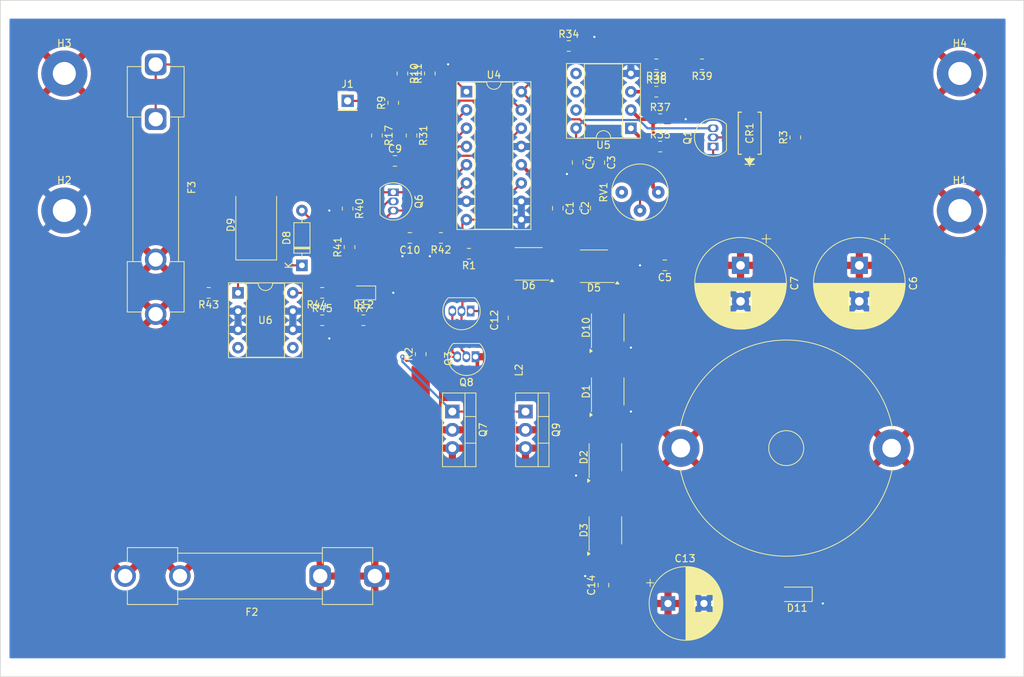
<source format=kicad_pcb>
(kicad_pcb (version 20240108) (generator "pcbnew") (generator_version "8.0")
  (title_block (company "Open Surgical Light Project - MIT Medical Device Design Spring 2024") (comment 1 "Drawn by: Edit author in Page Settings"))
  (layers (0 "F.Cu" signal) (31 "B.Cu" signal) (34 "B.Paste" user) (35 "F.Paste" user) (36 "B.SilkS" user "B.Silkscreen") (37 "F.SilkS" user "F.Silkscreen") (38 "B.Mask" user) (39 "F.Mask" user) (44 "Edge.Cuts" user))
  (property "AUTHOR" "Edit Name in Schematic setup -> Text Variables")
  (property "PROJECT_REVISION" "A01")
  (property "PROJECT_TITLE" "Template Project")
  (net 0 "")
  (net 1 "GND")
  (net 2 "Net-(D1-K)")
  (net 3 "Net-(D5-K)")
  (net 4 "BAT+")
  (net 5 "BAT-")
  (net 6 "SOLAR+")
  (net 7 "/FB")
  (net 8 "Net-(C9-Pad1)")
  (net 9 "/CT")
  (net 10 "Net-(D6-K)")
  (net 11 "Net-(D11-A2)")
  (net 12 "Net-(D8-A)")
  (net 13 "Net-(D8-K)")
  (net 14 "Net-(D9-A)")
  (net 15 "Net-(D12-A)")
  (net 16 "Net-(F3-Pad1)")
  (net 17 "/PWM Out")
  (net 18 "Net-(Q3-E)")
  (net 19 "/VREF")
  (net 20 "/VPOut")
  (net 21 "Net-(Q7-G)")
  (net 22 "/EA1-")
  (net 23 "MCU 2.5V")
  (net 24 "/EA1+")
  (net 25 "/EA2+")
  (net 26 "Net-(U5A--)")
  (net 27 "Net-(R35-Pad1)")
  (net 28 "Net-(U5A-+)")
  (net 29 "/RT")
  (net 30 "Net-(U6-REF)")
  (net 32 "/SOLAR 15V")
  (net 33 "Net-(Q1-B)")
  (footprint "Resistor_SMD:R_0805_2012Metric_Pad1.20x1.40mm_HandSolder" (layer "F.Cu") (at 139.97 78.74 180)
    (property "Reference" "R42")
    (property "Value" "39K")
  )
  (footprint "Resistor_SMD:R_0805_2012Metric_Pad1.20x1.40mm_HandSolder" (layer "F.Cu") (at 176.26 54.61 180)
    (property "Reference" "R39")
    (property "Value" "0R1")
  )
  (footprint "Capacitor_SMD:C_0805_2012Metric" (layer "F.Cu") (at 161.98 68.26 -90)
    (property "Reference" "C3")
    (property "Value" "1uF")
  )
  (footprint "Resistor_SMD:R_0805_2012Metric_Pad1.20x1.40mm_HandSolder" (layer "F.Cu") (at 131.08 64.5 -90)
    (property "Reference" "R17")
    (property "Value" "47K")
  )
  (footprint "Resistor_SMD:R_0805_2012Metric" (layer "F.Cu") (at 137.16 94.8925 90)
    (property "Reference" "R2")
    (property "Value" "5")
  )
  (footprint "Package_DIP:DIP-16_W7.62mm_Socket" (layer "F.Cu") (at 143.52 58.41)
    (property "Reference" "U4")
    (property "Value" "TL494")
  )
  (footprint "Resistor_SMD:R_0805_2012Metric_Pad1.20x1.40mm_HandSolder" (layer "F.Cu") (at 123.47 90.18)
    (property "Reference" "R45")
    (property "Value" "2K")
  )
  (footprint "Resistor_SMD:R_0805_2012Metric_Pad1.20x1.40mm_HandSolder" (layer "F.Cu") (at 134.62 55.88 -90)
    (property "Reference" "R10")
    (property "Value" "10K")
  )
  (footprint "Package_TO_SOT_THT:TO-92_Inline" (layer "F.Cu") (at 177.8 66.04 90)
    (property "Reference" "Q1")
    (property "Value" "2n3904")
  )
  (footprint "Resistor_SMD:R_0805_2012Metric_Pad1.20x1.40mm_HandSolder" (layer "F.Cu") (at 127.27 80.01 90)
    (property "Reference" "R41")
    (property "Value" "10K")
  )
  (footprint "Resistor_SMD:R_0805_2012Metric_Pad1.20x1.40mm_HandSolder" (layer "F.Cu") (at 127 74.66 -90)
    (property "Reference" "R40")
    (property "Value" "2K2")
  )
  (footprint "Resistor_SMD:R_0805_2012Metric_Pad1.20x1.40mm_HandSolder" (layer "F.Cu") (at 189.23 64.77 90)
    (property "Reference" "R3")
    (property "Value" "10K")
  )
  (footprint "Connector_PinHeader_2.54mm:PinHeader_1x01_P2.54mm_Vertical" (layer "F.Cu") (at 127 59.69)
    (property "Reference" "J1")
    (property "Value" "Conn_01x01_Pin")
  )
  (footprint "Package_TO_SOT_SMD:Nexperia_CFP15_SOT-1289" (layer "F.Cu") (at 162.83 109.22 90)
    (property "Reference" "D2")
    (property "Value" "PMEG045V150EPD")
  )
  (footprint "Capacitor_SMD:C_0805_2012Metric_Pad1.18x1.45mm_HandSolder" (layer "F.Cu") (at 135.6575 78.74 180)
    (property "Reference" "C10")
    (property "Value" "1nF")
  )
  (footprint "Capacitor_SMD:C_0805_2012Metric" (layer "F.Cu") (at 162.56 127 90)
    (property "Reference" "C14")
    (property "Value" "0.1uF")
  )
  (footprint "Resistor_SMD:R_0805_2012Metric_Pad1.20x1.40mm_HandSolder" (layer "F.Cu") (at 170.45 62.23)
    (property "Reference" "R37")
    (property "Value" "2K")
  )
  (footprint "Resistor_SMD:R_0805_2012Metric_Pad1.20x1.40mm_HandSolder" (layer "F.Cu") (at 138.43 55.88 90)
    (property "Reference" "R11")
    (property "Value" "2.2K")
  )
  (footprint "MountingHole:MountingHole_3.2mm_M3_Pad_TopBottom" (layer "F.Cu") (at 212.09 74.93)
    (property "Reference" "H1")
    (property "Value" "M3 Hole")
  )
  (footprint "Resistor_SMD:R_0805_2012Metric" (layer "F.Cu") (at 129.1925 90.18)
    (property "Reference" "R7")
    (property "Value" "1K")
  )
  (footprint "Symbols and footprints:SMA_DIO" (layer "F.Cu") (at 182.88 64.1828 90)
    (property "Reference" "CR1")
    (property "Value" "SMAZ15-13-F")
  )
  (footprint "Inductor_THT:L_Radial_D29.8mm_P29.30mm_Murata_1400series" (layer "F.Cu") (at 173.31 107.95)
    (property "Reference" "L2")
    (property "Value" "100uH 10.5A")
  )
  (footprint "MountingHole:MountingHole_3.2mm_M3_Pad_TopBottom" (layer "F.Cu") (at 212.09 55.88)
    (property "Reference" "H4")
    (property "Value" "M3 Hole")
  )
  (footprint "Package_DIP:DIP-8_W7.62mm_Socket" (layer "F.Cu") (at 166.37 63.5 180)
    (property "Reference" "U5")
    (property "Value" "LM358")
  )
  (footprint "Resistor_SMD:R_0805_2012Metric" (layer "F.Cu") (at 143.8675 80.9225 180)
    (property "Reference" "R1")
    (property "Value" "2k2")
  )
  (footprint "Capacitor_SMD:C_0805_2012Metric" (layer "F.Cu") (at 171.09 82.55 180)
    (property "Reference" "C5")
    (property "Value" "0.1uF")
  )
  (footprint "Capacitor_SMD:C_0805_2012Metric_Pad1.18x1.45mm_HandSolder" (layer "F.Cu") (at 133.5825 68.04)
    (property "Reference" "C9")
    (property "Value" "100nF")
  )
  (footprint "Package_TO_SOT_SMD:Nexperia_CFP15_SOT-1289" (layer "F.Cu") (at 161.23 82.665 180)
    (property "Reference" "D5")
    (property "Value" "PMEG045V150EPD")
  )
  (footprint "MountingHole:MountingHole_3.2mm_M3_Pad_TopBottom" (layer "F.Cu") (at 87.63 74.93)
    (property "Reference" "H2")
    (property "Value" "M3 Hole")
  )
  (footprint "Package_TO_SOT_THT:TO-220-3_Vertical" (layer "F.Cu") (at 141.56 102.87 -90)
    (property "Reference" "Q7")
    (property "Value" "IRLZ44N")
  )
  (footprint "Package_DIP:DIP-8_W7.62mm_Socket" (layer "F.Cu") (at 111.77 86.37)
    (property "Reference" "U6")
    (property "Value" "TL431D")
  )
  (footprint "Potentiometer_THT:Potentiometer_Bourns_3339P_Vertical_HandSoldering" (layer "F.Cu") (at 170.18 72.39 90)
    (property "Reference" "RV1")
    (property "Value" "10K")
  )
  (footprint "Package_TO_SOT_THT:TO-220-3_Vertical" (layer "F.Cu") (at 151.72 102.87 -90)
    (property "Reference" "Q9")
    (property "Value" "IRLZ44N")
  )
  (footprint "Package_TO_SOT_SMD:Nexperia_CFP15_SOT-1289" (layer "F.Cu") (at 162.83 119.38 90)
    (property "Reference" "D3")
    (property "Value" "PMEG045V150EPD")
  )
  (footprint "Capacitor_SMD:C_0805_2012Metric" (layer "F.Cu") (at 156.21 74.61 -90)
    (property "Reference" "C1")
    (property "Value" "1uF")
  )
  (footprint "Resistor_SMD:R_0805_2012Metric_Pad1.20x1.40mm_HandSolder" (layer "F.Cu") (at 133.35 59.96 90)
    (property "Reference" "R9")
    (property "Value" "1K")
  )
  (footprint "Resistor_SMD:R_0805_2012Metric_Pad1.20x1.40mm_HandSolder" (layer "F.Cu") (at 170.45 66.04)
    (property "Reference" "R35")
    (property "Value" "47K")
  )
  (footprint "MountingHole:MountingHole_3.2mm_M3_Pad_TopBottom" (layer "F.Cu") (at 87.63 55.88)
    (property "Reference" "H3")
    (property "Value" "M3 Hole")
  )
  (footprint "LED_SMD:LED_0805_2012Metric" (layer "F.Cu") (at 129.2175 86.37 180)
    (property "Reference" "D12")
    (property "Value" "LED Green")
  )
  (footprint "Package_TO_SOT_SMD:Nexperia_CFP15_SOT-1289" (layer "F.Cu") (at 152.16 82.345 180)
    (property "Reference" "D6")
    (property "Value" "PMEG045V150EPD")
  )
  (footprint "Package_TO_SOT_THT:TO-92_Inline" (layer "F.Cu") (at 133.35 72.39 -90)
    (property "Reference" "Q6")
    (property "Value" "BC557")
  )
  (footprint "Diode_THT:D_DO-35_SOD27_P7.62mm_Horizontal" (layer "F.Cu") (at 120.65 82.55 90)
    (property "Reference" "D8")
    (property "Value" "1N4148")
  )
  (footprint "Package_TO_SOT_THT:TO-92_Inline" (layer "F.Cu") (at 144.78 95.25 180)
    (property "Reference" "Q8")
    (property "Value" "BC327")
  )
  (footprint "Capacitor_THT:CP_Radial_D12.5mm_P5.00mm" (layer "F.Cu") (at 181.61 82.55 -90)
    (property "Reference" "C7")
    (property "Value" "470uF")
  )
  (footprint "Capacitor_THT:CP_Radial_D10.0mm_P5.00mm" (layer "F.Cu") (at 171.53 129.54)
    (property "Reference" "C13")
    (property "Value" "22uF")
  )
  (footprint "Resistor_SMD:R_0805_2012Metric_Pad1.20x1.40mm_HandSolder" (layer "F.Cu") (at 123.47 86.37 180)
    (property "Reference" "R44")
    (property "Value" "10K")
  )
  (footprint "Package_TO_SOT_SMD:Nexperia_CFP15_SOT-1289" (layer "F.Cu") (at 163.15 91.19 90)
    (property "Reference" "D10")
    (property "Value" "PMEG045V150EPD")
  )
  (footprint "Capacitor_SMD:C_0805_2012Metric" (layer "F.Cu") (at 160.02 74.61 -90)
    (property "Reference" "C2")
    (property "Value" "0.1uF")
  )
  (footprint "Resistor_SMD:R_0805_2012Metric_Pad1.20x1.40mm_HandSolder" (layer "F.Cu") (at 135.89 64.5 -90)
    (property "Reference" "R31")
    (property "Value" "56k")
  )
  (footprint "Capacitor_SMD:C_0805_2012Metric" (layer "F.Cu") (at 148.59 89.85 -90)
    (property "Reference" "C12")
    (property "Value" "0.1uF")
  )
  (footprint "Resistor_SMD:R_0805_2012Metric_Pad1.20x1.40mm_HandSolder" (layer "F.Cu") (at 169.91 58.42)
    (property "Reference" "R36")
    (property "Value" "47K")
  )
  (footprint "Fuse:Fuseholder_Clip-6.3x32mm_Littelfuse_102071_Inline_P34.70x7.60mm_D2.00mm_Horizontal" (layer "F.Cu") (at 130.79 125.73 180)
    (property "Reference" "F2")
    (property "Value" "12A")
  )
  (footprint "Package_TO_SOT_SMD:Nexperia_CFP15_SOT-1289" (layer "F.Cu") (at 163.15 100.08 90)
    (property "Reference" "D1")
    (property "Value" "PMEG045V150EPD")
  )
  (footprint "Package_TO_SOT_THT:TO-92_Inline" (layer "F.Cu") (at 144.1 88.9 180)
    (property "Reference" "Q3")
    (property "Value" "BC337")
  )
  (footprint "Resistor_SMD:R_0805_2012Metric_Pad1.20x1.40mm_HandSolder" (layer "F.Cu") (at 169.91 54.61 180)
    (property "Reference" "R38")
    (property "Value" "2K")
  )
  (footprint "Capacitor_SMD:C_0805_2012Metric" (layer "F.Cu") (at 158.97 68.26 -90)
    (property "Reference" "C4")
    (property "Value" "0.1uF")
  )
  (footprint "Diode_SMD:D_SOD-123F" (layer "F.Cu") (at 189.36 128.27 180)
    (property "Reference" "D11")
    (property "Value" "SZSMF4L15CAT3G")
  )
  (footprint "Fuse:Fuseholder_Clip-6.3x32mm_Littelfuse_102071_Inline_P34.70x7.60mm_D2.00mm_Horizontal" (layer "F.Cu") (at 100.33 54.63 -90)
    (property "Reference" "F3")
    (property "Value" "12A")
  )
  (footprint "Capacitor_THT:CP_Radial_D12.5mm_P5.00mm" (layer "F.Cu") (at 198.12 82.55 -90)
    (property "Reference" "C6")
    (property "Value" "470uF")
  )
  (footprint "Diode_SMD:D_3220_8050Metric_Pad2.65x5.15mm_HandSolder" (layer "F.Cu") (at 114.3 76.935 90)
    (property "Reference" "D9")
    (property "Value" "LED")
  )
  (footprint "Resistor_SMD:R_0805_2012Metric_Pad1.20x1.40mm_HandSolder" (layer "F.Cu") (at 107.69 86.37 180)
    (property "Reference" "R43")
    (property "Value" "2K2")
  )
  (footprint "Resistor_SMD:R_0805_2012Metric_Pad1.20x1.40mm_HandSolder" (layer "F.Cu") (at 157.74 52.06)
    (property "Reference" "R34")
    (property "Value" "560R")
  )
  (gr_rect (start 78.74 45.72) (end 220.98 139.7) (stroke (width 0.1)) (fill none) (layer "Edge.Cuts"))
  (segment (start 191.77 128.27) (end 193.04 129.54) (width 0.5) (layer "F.Cu") (net 1))
  (segment (start 140.7 54.88) (end 140.97 54.61) (width 0.5) (layer "F.Cu") (net 1))
  (segment (start 170.14 82.55) (end 167.64 82.55) (width 0.5) (layer "F.Cu") (net 1))
  (segment (start 125.19 75.66) (end 124.46 74.93) (width 0.5) (layer "F.Cu") (net 1))
  (segment (start 161.765 125.255) (end 162.56 126.05) (width 0.5) (layer "F.Cu") (net 1))
  (segment (start 182.1182 61.2886) (end 174.9314 61.2886) (width 0.3) (layer "F.Cu") (net 1))
  (segment (start 138.43 54.88) (end 140.7 54.88) (width 0.5) (layer "F.Cu") (net 1))
  (segment (start 174.99 58.69) (end 177.26 56.42) (width 0.5) (layer "F.Cu") (net 1))
  (segment (start 158.74 52.06) (end 160.03 52.06) (width 0.5) (layer "F.Cu") (net 1))
  (segment (start 171.45 58.96) (end 170.91 58.42) (width 0.5) (layer "F.Cu") (net 1))
  (segment (start 162.56 126.05) (end 160.34 126.05) (width 0.5) (layer "F.Cu") (net 1))
  (segment (start 138.97 78.74) (end 138.97 80.74) (width 0.5) (layer "F.Cu") (net 1))
  (segment (start 158.99 112) (end 158.75 111.76) (width 0.5) (layer "F.Cu") (net 1))
  (segment (start 161.765 112) (end 158.99 112) (width 0.5) (layer "F.Cu") (net 1))
  (segment (start 156.21 75.56) (end 160.02 75.56) (width 0.5) (layer "F.Cu") (net 1))
  (segment (start 162.085 93.97) (end 164.215 93.97) (width 0.5) (layer "F.Cu") (net 1))
  (segment (start 161.765 122.16) (end 161.765 125.255) (width 0.5) (layer "F.Cu") (net 1))
  (segment (start 164.215 93.97) (end 166.36 93.97) (width 0.5) (layer "F.Cu") (net 1))
  (segment (start 133.34 86.37) (end 133.35 86.36) (width 0.5) (layer "F.Cu") (net 1))
  (segment (start 182.88 62.0504) (end 182.1182 61.2886) (width 0.3) (layer "F.Cu") (net 1))
  (segment (start 171.45 62.23) (end 171.45 58.96) (width 0.5) (layer "F.Cu") (net 1))
  (segment (start 158.97 69.21) (end 158.12 69.21) (width 0.5) (layer "F.Cu") (net 1))
  (segment (start 127 75.66) (end 125.19 75.66) (width 0.5) (layer "F.Cu") (net 1))
  (segment (start 171.45 62.23) (end 173.99 62.23) (width 0.5) (layer "F.Cu") (net 1))
  (segment (start 155.58 76.19) (end 156.21 75.56) (width 0.5) (layer "F.Cu") (net 1))
  (segment (start 160.34 126.05) (end 160.02 125.73) (width 0.5) (layer "F.Cu") (net 1))
  (segment (start 166.36 102.86) (end 166.37 102.87) (width 0.5) (layer "F.Cu") (net 1))
  (segment (start 166.36 93.97) (end 166.37 93.98) (width 0.5) (layer "F.Cu") (net 1))
  (segment (start 182.88 62.3256) (end 182.88 62.0504) (width 0.3) (layer "F.Cu") (net 1))
  (segment (start 124.47 90.18) (end 124.47 92.7) (width 0.5) (layer "F.Cu") (net 1))
  (segment (start 177.26 56.42) (end 177.26 54.61) (width 0.5) (layer "F.Cu") (net 1))
  (segment (start 151.14 76.19) (end 151.14 73.65) (width 0.5) (layer "F.Cu") (net 1))
  (segment (start 158.12 69.21) (end 157.48 69.85) (width 0.5) (layer "F.Cu") (net 1))
  (segment (start 134.62 78.74) (end 134.62 81.28) (width 0.5) (layer "F.Cu") (net 1))
  (segment (start 170.91 58.42) (end 171.18 58.69) (width 0.5) (layer "F.Cu") (net 1))
  (segment (start 158.97 69.21) (end 161.98 69.21) (width 0.5) (layer "F.Cu") (net 1))
  (segment (start 174.9314 61.2886) (end 173.99 62.23) (width 0.3) (layer "F.Cu") (net 1))
  (segment (start 190.76 128.27) (end 191.77 128.27) (width 0.5) (layer "F.Cu") (net 1))
  (segment (start 160.03 52.06) (end 161.29 50.8) (width 0.5) (layer "F.Cu") (net 1))
  (segment (start 171.18 58.69) (end 174.99 58.69) (width 0.5) (layer "F.Cu") (net 1))
  (segment (start 162.085 102.86) (end 164.215 102.86) (width 0.5) (layer "F.Cu") (net 1))
  (segment (start 130.155 86.37) (end 133.34 86.37) (width 0.5) (layer "F.Cu") (net 1))
  (segment (start 138.97 80.74) (end 138.43 81.28) (width 0.5) (layer "F.Cu") (net 1))
  (segment (start 163.895 122.16) (end 161.765 122.16) (width 0.5) (layer "F.Cu") (net 1))
  (segment (start 161.765 112) (end 163.895 112) (width 0.5) (layer "F.Cu") (net 1))
  (segment (start 164.215 102.86) (end 166.36 102.86) (width 0.5) (layer "F.Cu") (net 1))
  (segment (start 151.14 76.19) (end 155.58 76.19) (width 0.5) (layer "F.Cu") (net 1))
  (segment (start 124.47 92.7) (end 124.46 92.71) (width 0.5) (layer "F.Cu") (net 1))
  (via (at 166.37 102.87) (size 0.6) (drill 0.3) (layers "F.Cu" "B.Cu") (net 1))
  (via (at 124.46 92.71) (size 0.6) (drill 0.3) (layers "F.Cu" "B.Cu") (net 1))
  (via (at 160.02 125.73) (size 0.6) (drill 0.3) (layers "F.Cu" "B.Cu") (net 1))
  (via (at 193.04 129.54) (size 0.6) (drill 0.3) (layers "F.Cu" "B.Cu") (net 1))
  (via (at 157.48 69.85) (size 0.6) (drill 0.3) (layers "F.Cu" "B.Cu") (net 1))
  (via (at 161.29 50.8) (size 0.6) (drill 0.3) (layers "F.Cu" "B.Cu") (net 1))
  (via (at 140.97 54.61) (size 0.6) (drill 0.3) (layers "F.Cu" "B.Cu") (net 1))
  (via (at 134.62 81.28) (size 0.6) (drill 0.3) (layers "F.Cu" "B.Cu") (net 1))
  (via (at 158.75 111.76) (size 0.6) (drill 0.3) (layers "F.Cu" "B.Cu") (net 1))
  (via (at 166.37 93.98) (size 0.6) (drill 0.3) (layers "F.Cu" "B.Cu") (net 1))
  (via (at 138.43 81.28) (size 0.6) (drill 0.3) (layers "F.Cu" "B.Cu") (net 1))
  (via (at 167.64 82.55) (size 0.6) (drill 0.3) (layers "F.Cu" "B.Cu") (net 1))
  (via (at 133.35 86.36) (size 0.6) (drill 0.3) (layers "F.Cu" "B.Cu") (net 1))
  (via (at 173.99 62.23) (size 0.6) (drill 0.3) (layers "F.Cu" "B.Cu") (net 1))
  (via (at 124.46 74.93) (size 0.6) (drill 0.3) (layers "F.Cu" "B.Cu") (net 1))
  (segment (start 170.91 54.61) (end 175.26 54.61) (width 0.5) (layer "F.Cu") (net 5))
  (segment (start 177.8 67.31) (end 177.8 69.85) (width 0.3) (layer "F.Cu") (net 6))
  (segment (start 177.8 66.04) (end 177.8 67.31) (width 0.3) (layer "F.Cu") (net 6))
  (segment (start 151.14 68.57) (end 156.21 73.64) (width 0.5) (layer "F.Cu") (net 6))
  (segment (start 156.21 73.64) (end 156.21 73.66) (width 0.5) (layer "F.Cu") (net 6))
  (segment (start 189.23 65.77) (end 189.23 69.85) (width 0.3) (layer "F.Cu") (net 6))
  (segment (start 156.21 73.66) (end 160.02 73.66) (width 0.5) (layer "F.Cu") (net 6))
  (segment (start 135.89 66.77) (end 134.62 68.04) (width 0.3) (layer "F.Cu") (net 7))
  (segment (start 135.89 65.5) (end 141.51 65.5) (width 0.3) (layer "F.Cu") (net 7))
  (segment (start 141.51 65.5) (end 143.52 63.49) (width 0.3) (layer "F.Cu") (net 7))
  (segment (start 135.89 65.5) (end 135.89 66.77) (width 0.3) (layer "F.Cu") (net 7))
  (segment (start 131.08 66.575) (end 132.545 68.04) (width 0.3) (layer "F.Cu") (net 8))
  (segment (start 131.08 65.5) (end 131.08 66.575) (width 0.3) (layer "F.Cu") (net 8))
  (segment (start 136.695 75.395) (end 136.695 78.74) (width 0.3) (layer "F.Cu") (net 9))
  (segment (start 143.52 68.57) (end 136.695 75.395) (width 0.3) (layer "F.Cu") (net 9))
  (segment (start 148.59 88.9) (end 144.1 88.9) (width 0.3) (layer "F.Cu") (net 10))
  (segment (start 144.78 80.9225) (end 149.7175 80.9225) (width 0.3) (layer "F.Cu") (net 10))
  (segment (start 151.14 82.345) (end 151.14 86.35) (width 0.3) (layer "F.Cu") (net 10))
  (segment (start 151.14 86.35) (end 148.59 88.9) (width 0.3) (layer "F.Cu") (net 10))
  (segment (start 149.7175 80.9225) (end 151.14 82.345) (width 0.3) (layer "F.Cu") (net 10))
  (segment (start 132.62 73.66) (end 127.27 79.01) (width 0.3) (layer "F.Cu") (net 12))
  (segment (start 127.27 79.01) (end 124.73 79.01) (width 0.3) (layer "F.Cu") (net 12))
  (segment (start 124.73 79.01) (end 120.65 74.93) (width 0.3) (layer "F.Cu") (net 12))
  (segment (start 133.35 73.66) (end 132.62 73.66) (width 0.3) (layer "F.Cu") (net 12))
  (segment (start 111.77 82.74) (end 111.77 86.37) (width 0.3) (layer "F.Cu") (net 13))
  (segment (start 120.65 82.55) (end 119.38 82.55) (width 0.3) (layer "F.Cu") (net 13))
  (segment (start 119.38 82.55) (end 117.04 80.21) (width 0.3) (layer "F.Cu") (net 13))
  (segment (start 117.04 80.21) (end 114.3 80.21) (width 0.3) (layer "F.Cu") (net 13))
  (segment (start 114.3 80.21) (end 111.77 82.74) (width 0.3) (layer "F.Cu") (net 13))
  (segment (start 106.69 86.37) (end 106.69 81.27) (width 0.3) (layer "F.Cu") (net 14))
  (segment (start 106.69 81.27) (end 114.3 73.66) (width 0.3) (layer "F.Cu") (net 14))
  (segment (start 128.28 86.37) (end 128.28 88.355) (width 0.3) (layer "F.Cu") (net 15))
  (segment (start 128.28 88.355) (end 130.105 90.18) (width 0.3) (layer "F.Cu") (net 15))
  (segment (start 100.33 54.63) (end 134.37 54.63) (width 0.3) (layer "F.Cu") (net 16))
  (segment (start 134.37 54.63) (end 134.62 54.88) (width 0.3) (layer "F.Cu") (net 16))
  (segment (start 100.33 54.63) (end 100.33 62.23) (width 0.3) (layer "F.Cu") (net 16))
  (segment (start 142.955 80.9225) (end 142.955 88.775) (width 0.3) (layer "F.Cu") (net 17))
  (segment (start 142.83 88.9) (end 142.83 94.236142) (width 0.3) (layer "F.Cu") (net 17))
  (segment (start 142.955 76.755) (end 142.955 80.9225) (width 0.3) (layer "F.Cu") (net 17))
  (segment (start 143.52 76.19) (end 146.06 76.19) (width 0.3) (layer "F.Cu") (net 17))
  (segment (start 142.83 88.31) (end 142.83 88.9) (width 0.3) (layer "F.Cu") (net 17))
  (segment (start 143.51 94.916142) (end 143.51 95.25) (width 0.3) (layer "F.Cu") (net 17))
  (segment (start 146.06 76.19) (end 151.14 71.11) (width 0.3) (layer "F.Cu") (net 17))
  (segment (start 142.83 94.236142) (end 143.51 94.916142) (width 0.3) (layer "F.Cu") (net 17))
  (segment (start 143.52 76.19) (end 142.955 76.755) (width 0.3) (layer "F.Cu") (net 17))
  (segment (start 142.955 88.775) (end 142.83 88.9) (width 0.3) (layer "F.Cu") (net 17))
  (segment (start 137.16 93.98) (end 136.46 93.98) (width 0.5) (layer "F.Cu") (net 18))
  (segment (start 141.56 88.9) (end 141.56 94.57) (width 0.3) (layer "F.Cu") (net 18))
  (segment (start 138.43 95.25) (end 137.16 93.98) (width 0.3) (layer "F.Cu") (net 18))
  (segment (start 141.56 94.57) (end 142.24 95.25) (width 0.3) (layer "F.Cu") (net 18))
  (segment (start 142.24 95.25) (end 138.43 95.25) (width 0.3) (layer "F.Cu") (net 18))
  (segment (start 133.35 74.93) (end 127.27 81.01) (width 0.3) (layer "F.Cu") (net 19))
  (segment (start 134.62 74.93) (end 142.23 67.32) (width 0.3) (layer "F.Cu") (net 19))
  (segment (start 133.35 74.93) (end 134.62 74.93) (width 0.3) (layer "F.Cu") (net 19))
  (segment (start 142.23 67.32) (end 147.31 67.32) (width 0.3) (layer "F.Cu") (net 19))
  (segment (start 147.31 67.32) (end 151.14 63.49) (width 0.3) (layer "F.Cu") (net 19))
  (segment (start 143.52 66.03) (end 142.38863 66.03) (width 0.3) (layer "F.Cu") (net 20))
  (segment (start 128.27 72.39) (end 133.35 72.39) (width 0.3) (layer "F.Cu") (net 20))
  (segment (start 136.02863 72.39) (end 133.35 72.39) (width 0.3) (layer "F.Cu") (net 20))
  (segment (start 142.38863 66.03) (end 136.02863 72.39) (width 0.3) (layer "F.Cu") (net 20))
  (segment (start 127 73.66) (end 128.27 72.39) (width 0.3) (layer "F.Cu") (net 20))
  (segment (start 141.56 102.87) (end 151.72 102.87) (width 0.3) (layer "F.Cu") (net 21))
  (segment (start 135.175 95.805) (end 134.62 95.25) (width 0.3) (layer "F.Cu") (net 21))
  (segment (start 137.16 95.805) (end 135.175 95.805) (width 0.3) (layer "F.Cu") (net 21))
  (via (at 134.62 95.25) (size 0.6) (drill 0.3) (layers "F.Cu" "B.Cu") (net 21))
  (segment (start 134.62 95.93) (end 141.56 102.87) (width 0.3) (layer "B.Cu") (net 21))
  (segment (start 134.62 95.25) (end 134.62 95.93) (width 0.3) (layer "B.Cu") (net 21))
  (segment (start 140.97 63.5) (end 143.52 60.95) (width 0.3) (layer "F.Cu") (net 22))
  (segment (start 133.35 60.96) (end 135.89 63.5) (width 0.3) (layer "F.Cu") (net 22))
  (segment (start 131.08 63.23) (end 131.08 63.5) (width 0.3) (layer "F.Cu") (net 22))
  (segment (start 133.35 60.96) (end 131.08 63.23) (width 0.3) (layer "F.Cu") (net 22))
  (segment (start 135.89 63.5) (end 140.97 63.5) (width 0.3) (layer "F.Cu") (net 22))
  (segment (start 149.85 59.66) (end 151.14 60.95) (width 0.3) (layer "F.Cu") (net 23))
  (segment (start 133.35 58.96) (end 134.05 59.66) (width 0.3) (layer "F.Cu") (net 23))
  (segment (start 134.05 59.66) (end 149.85 59.66) (width 0.3) (layer "F.Cu") (net 23))
  (segment (start 127 59.69) (end 132.62 59.69) (width 0.3) (layer "F.Cu") (net 23))
  (segment (start 132.62 59.69) (end 133.35 58.96) (width 0.3) (layer "F.Cu") (net 23))
  (segment (start 141.99 56.88) (end 143.52 58.41) (width 0.3) (layer "F.Cu") (net 24))
  (segment (start 134.62 56.88) (end 138.43 56.88) (width 0.3) (layer "F.Cu") (net 24))
  (segment (start 138.43 56.88) (end 141.99 56.88) (width 0.3) (layer "F.Cu") (net 24))
  (segment (start 154.98 62.25) (end 159.267767 62.25) (width 0.3) (layer "F.Cu") (net 25))
  (segment (start 156.74 52.81) (end 156.74 52.06) (width 0.3) (layer "F.Cu") (net 25))
  (segment (start 151.14 58.41) (end 156.74 52.81) (width 0.3) (layer "F.Cu") (net 25))
  (segment (start 159.267767 62.25) (end 167.64 70.622233) (width 0.3) (layer "F.Cu") (net 25))
  (segment (start 151.14 58.41) (end 154.98 62.25) (width 0.3) (layer "F.Cu") (net 25))
  (segment (start 167.64 70.622233) (end 167.64 74.93) (width 0.3) (layer "F.Cu") (net 25))
  (segment (start 169.45 62.23) (end 169.45 64.04) (width 0.5) (layer "F.Cu") (net 26))
  (segment (start 169.45 62.23) (end 167.64 62.23) (width 0.5) (layer "F.Cu") (net 26))
  (segment (start 169.45 64.04) (end 171.45 66.04) (width 0.5) (layer "F.Cu") (net 26))
  (segment (start 167.64 62.23) (end 166.37 60.96) (width 0.5) (layer "F.Cu") (net 26))
  (segment (start 169.45 71.66) (end 170.18 72.39) (width 0.5) (layer "F.Cu") (net 27))
  (segment (start 168.91 66.04) (end 166.37 63.5) (width 0.5) (layer "F.Cu") (net 27))
  (segment (start 169.45 66.04) (end 169.45 71.66) (width 0.5) (layer "F.Cu") (net 27))
  (segment (start 169.45 66.04) (end 168.91 66.04) (width 0.5) (layer "F.Cu") (net 27))
  (segment (start 168.91 58.42) (end 166.37 58.42) (width 0.5) (layer "F.Cu") (net 28))
  (segment (start 168.91 54.61) (end 168.91 58.42) (width 0.5) (layer "F.Cu") (net 28))
  (segment (start 140.97 73.66) (end 140.97 78.74) (width 0.3) (layer "F.Cu") (net 29))
  (segment (start 143.52 71.11) (end 140.97 73.66) (width 0.3) (layer "F.Cu") (net 29))
  (segment (start 122.47 86.37) (end 122.47 90.18) (width 0.3) (layer "F.Cu") (net 30))
  (segment (start 122.47 86.37) (end 119.39 86.37) (width 0.3) (layer "F.Cu") (net 30))
  (segment (start 158.75 63.5) (end 158.75 67.09) (width 0.3) (layer "F.Cu") (net 32))
  (segment (start 158.97 67.31) (end 161.98 67.31) (width 0.3) (layer "F.Cu") (net 32))
  (segment (start 158.75 67.09) (end 158.97 67.31) (width 0.3) (layer "F.Cu") (net 32))
  (segment (start 158.74 63.49) (end 158.75 63.5) (width 0.3) (layer "F.Cu") (net 32))
  (segment (start 168.67 63.5) (end 177.8 63.5) (width 0.3) (layer "B.Cu") (net 32))
  (segment (start 159.9 62.35) (end 167.52 62.35) (width 0.3) (layer "B.Cu") (net 32))
  (segment (start 167.52 62.35) (end 168.67 63.5) (width 0.3) (layer "B.Cu") (net 32))
  (segment (start 158.75 63.5) (end 159.9 62.35) (width 0.3) (layer "B.Cu") (net 32))
  (segment (start 181.7302 67.4302) (end 181.765 67.4302) (width 0.3) (layer "F.Cu") (net 33))
  (segment (start 177.8 64.77) (end 179.07 64.77) (width 0.3) (layer "F.Cu") (net 33))
  (segment (start 179.07 64.77) (end 181.7302 67.4302) (width 0.3) (layer "F.Cu") (net 33))
  (segment (start 182.88 66.3152) (end 183.995 67.4302) (width 0.3) (layer "F.Cu") (net 33))
  (segment (start 181.765 67.4302) (end 182.88 66.3152) (width 0.3) (layer "F.Cu") (net 33))
  (segment (start 182.88 66.04) (end 182.88 66.3152) (width 0.3) (layer "F.Cu") (net 33))
  (segment (start 185.5698 67.4302) (end 189.23 63.77) (width 0.3) (layer "F.Cu") (net 33))
  (segment (start 183.995 67.4302) (end 185.5698 67.4302) (width 0.3) (layer "F.Cu") (net 33))
  (zone (net 6) (net_name "SOLAR+") (layer "F.Cu") (priority 5) (connect_pads (clearance 0.508)) (min_thickness 0.25) (fill yes (thermal_gap 0.5) (thermal_bridge_width 1))
    (polygon (pts (xy 205.74 81.28) (xy 218.44 81.28) (xy 218.44 68.58) (xy 158.97 68.26) (xy 158.75 83.82) (xy 166.37 83.82) (xy 166.37 77.47) (xy 205.74 77.47)))
  )
  (zone (net 2) (net_name "Net-(D1-K)") (layer "F.Cu") (priority 4) (connect_pads (clearance 0.508)) (min_thickness 0.25) (fill yes (thermal_gap 0.5) (thermal_bridge_width 1))
    (polygon (pts (xy 144.78 90.17) (xy 151.13 90.17) (xy 151.13 97.79) (xy 138.43 97.79) (xy 138.43 107.442) (xy 158.75 107.442) (xy 158.75 89.408) (xy 168.91 89.408) (xy 168.91 100.33) (xy 180.34 100.33) (xy 180.34 119.38) (xy 135.89 119.38) (xy 135.89 96.52) (xy 144.78 96.52)))
  )
  (zone (net 3) (net_name "Net-(D5-K)") (layer "F.Cu") (priority 3) (connect_pads (clearance 0.508)) (min_thickness 0.25) (fill yes (thermal_gap 0.5) (thermal_bridge_width 1))
    (polygon (pts (xy 139.7 106.68) (xy 139.7 99.06) (xy 152.4 99.06) (xy 152.4 80.01) (xy 162.56 80.01) (xy 162.56 85.09) (xy 168.91 85.09) (xy 168.91 80.01) (xy 203.2 80.01) (xy 203.2 99.06) (xy 170.18 99.06) (xy 170.18 88.9) (xy 157.48 88.9) (xy 157.48 106.68)))
  )
  (zone (net 5) (net_name "BAT-") (layer "F.Cu") (connect_pads (clearance 0.508)) (min_thickness 0.25) (fill yes (thermal_gap 0.5) (thermal_bridge_width 1))
    (polygon (pts (xy 173.99 50.8) (xy 173.99 59.69) (xy 217.17 59.69) (xy 217.17 50.8)))
  )
  (zone (net 11) (net_name "Net-(D11-A2)") (layer "F.Cu") (priority 2) (connect_pads (clearance 0.508)) (min_thickness 0.25) (fill yes (thermal_gap 0.5) (thermal_bridge_width 1))
    (polygon (pts (xy 121.92 120.65) (xy 121.92 133.35) (xy 194.31 133.35) (xy 209.55 133.35) (xy 209.55 124.46) (xy 209.55 104.14) (xy 182.88 104.14) (xy 182.88 120.65) (xy 152.4 120.65)))
  )
  (zone (net 4) (net_name "BAT+") (layer "F.Cu") (priority 1) (connect_pads (clearance 0.508)) (min_thickness 0.25) (fill yes (thermal_gap 0.5) (thermal_bridge_width 1))
    (polygon (pts (xy 82.55 63.5) (xy 82.55 77.47) (xy 82.55 87.63) (xy 82.55 127) (xy 119.38 127) (xy 119.38 96.52) (xy 132.08 96.52) (xy 132.08 50.8) (xy 91.44 50.8) (xy 82.55 50.8)))
  )
  (zone (net 1) (net_name "GND") (layer "B.Cu") (priority 6) (connect_pads (clearance 0.508)) (min_thickness 0.25) (fill yes (thermal_gap 0.5) (thermal_bridge_width 1))
    (polygon (pts (xy 80.01 48.26) (xy 218.44 48.26) (xy 218.44 137.16) (xy 80.01 137.16)))
  )
)
</source>
